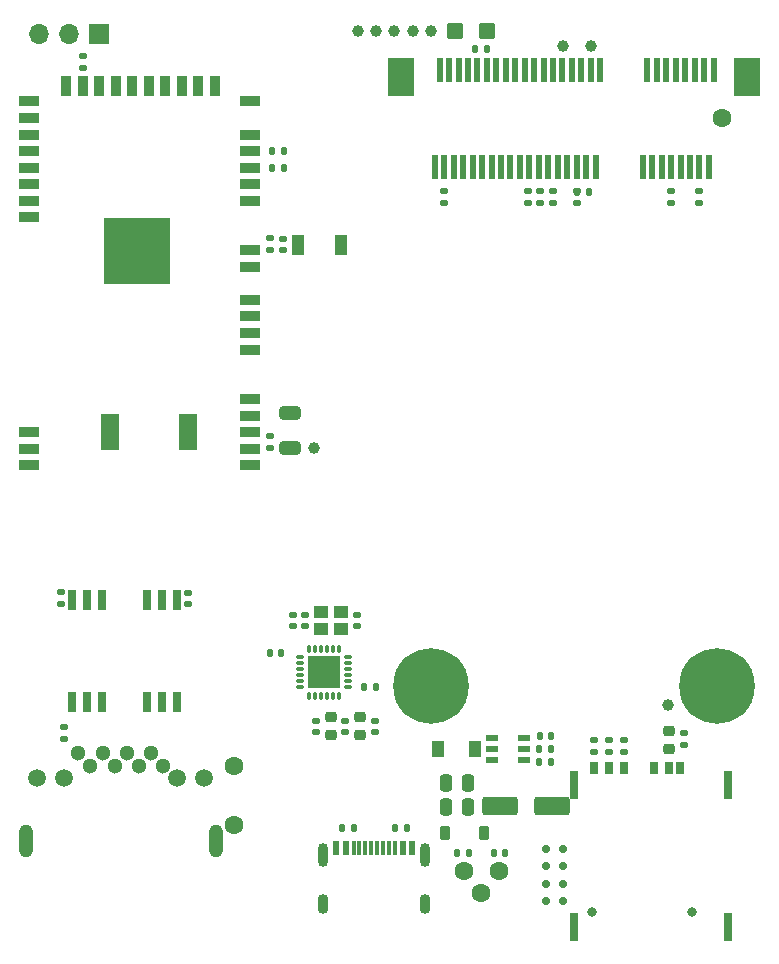
<source format=gbr>
%TF.GenerationSoftware,KiCad,Pcbnew,9.0.2*%
%TF.CreationDate,2025-06-30T16:53:14+07:00*%
%TF.ProjectId,GW11LR,47573131-4c52-42e6-9b69-6361645f7063,rev?*%
%TF.SameCoordinates,Original*%
%TF.FileFunction,Soldermask,Top*%
%TF.FilePolarity,Negative*%
%FSLAX46Y46*%
G04 Gerber Fmt 4.6, Leading zero omitted, Abs format (unit mm)*
G04 Created by KiCad (PCBNEW 9.0.2) date 2025-06-30 16:53:14*
%MOMM*%
%LPD*%
G01*
G04 APERTURE LIST*
G04 Aperture macros list*
%AMRoundRect*
0 Rectangle with rounded corners*
0 $1 Rounding radius*
0 $2 $3 $4 $5 $6 $7 $8 $9 X,Y pos of 4 corners*
0 Add a 4 corners polygon primitive as box body*
4,1,4,$2,$3,$4,$5,$6,$7,$8,$9,$2,$3,0*
0 Add four circle primitives for the rounded corners*
1,1,$1+$1,$2,$3*
1,1,$1+$1,$4,$5*
1,1,$1+$1,$6,$7*
1,1,$1+$1,$8,$9*
0 Add four rect primitives between the rounded corners*
20,1,$1+$1,$2,$3,$4,$5,0*
20,1,$1+$1,$4,$5,$6,$7,0*
20,1,$1+$1,$6,$7,$8,$9,0*
20,1,$1+$1,$8,$9,$2,$3,0*%
G04 Aperture macros list end*
%ADD10RoundRect,0.140000X0.170000X-0.140000X0.170000X0.140000X-0.170000X0.140000X-0.170000X-0.140000X0*%
%ADD11RoundRect,0.135000X-0.135000X-0.185000X0.135000X-0.185000X0.135000X0.185000X-0.135000X0.185000X0*%
%ADD12C,1.000000*%
%ADD13RoundRect,0.250000X0.250000X0.475000X-0.250000X0.475000X-0.250000X-0.475000X0.250000X-0.475000X0*%
%ADD14RoundRect,0.250000X0.450000X0.425000X-0.450000X0.425000X-0.450000X-0.425000X0.450000X-0.425000X0*%
%ADD15RoundRect,0.140000X-0.170000X0.140000X-0.170000X-0.140000X0.170000X-0.140000X0.170000X0.140000X0*%
%ADD16RoundRect,0.150000X0.150000X0.200000X-0.150000X0.200000X-0.150000X-0.200000X0.150000X-0.200000X0*%
%ADD17RoundRect,0.135000X-0.185000X0.135000X-0.185000X-0.135000X0.185000X-0.135000X0.185000X0.135000X0*%
%ADD18R,1.800000X0.900000*%
%ADD19R,0.900000X1.800000*%
%ADD20R,5.600000X5.600000*%
%ADD21R,1.600000X3.100000*%
%ADD22RoundRect,0.135000X0.135000X0.185000X-0.135000X0.185000X-0.135000X-0.185000X0.135000X-0.185000X0*%
%ADD23RoundRect,0.250000X-1.250000X-0.550000X1.250000X-0.550000X1.250000X0.550000X-1.250000X0.550000X0*%
%ADD24RoundRect,0.140000X-0.140000X-0.170000X0.140000X-0.170000X0.140000X0.170000X-0.140000X0.170000X0*%
%ADD25C,1.300000*%
%ADD26C,1.500000*%
%ADD27O,1.200000X2.800000*%
%ADD28C,1.600000*%
%ADD29R,0.500000X2.000000*%
%ADD30R,2.300000X3.200000*%
%ADD31R,0.600000X1.160000*%
%ADD32R,0.300000X1.160000*%
%ADD33O,0.900000X2.000000*%
%ADD34O,0.900000X1.700000*%
%ADD35C,3.600000*%
%ADD36C,6.400000*%
%ADD37RoundRect,0.225000X0.250000X-0.225000X0.250000X0.225000X-0.250000X0.225000X-0.250000X-0.225000X0*%
%ADD38RoundRect,0.140000X0.140000X0.170000X-0.140000X0.170000X-0.140000X-0.170000X0.140000X-0.170000X0*%
%ADD39R,1.000000X1.400000*%
%ADD40R,1.100000X0.600000*%
%ADD41RoundRect,0.135000X0.185000X-0.135000X0.185000X0.135000X-0.185000X0.135000X-0.185000X-0.135000X0*%
%ADD42RoundRect,0.225000X0.225000X0.375000X-0.225000X0.375000X-0.225000X-0.375000X0.225000X-0.375000X0*%
%ADD43RoundRect,0.250000X-0.650000X0.325000X-0.650000X-0.325000X0.650000X-0.325000X0.650000X0.325000X0*%
%ADD44R,1.000000X1.700000*%
%ADD45R,1.150000X1.000000*%
%ADD46C,0.800000*%
%ADD47R,0.800000X1.140000*%
%ADD48R,0.700000X1.140000*%
%ADD49R,0.700000X2.400000*%
%ADD50RoundRect,0.250000X-0.250000X-0.475000X0.250000X-0.475000X0.250000X0.475000X-0.250000X0.475000X0*%
%ADD51O,0.700000X0.280000*%
%ADD52O,0.280000X0.700000*%
%ADD53R,2.800000X2.800000*%
%ADD54R,1.700000X1.700000*%
%ADD55O,1.700000X1.700000*%
%ADD56R,0.760000X1.660000*%
G04 APERTURE END LIST*
D10*
%TO.C,C39*%
X150130000Y-122310000D03*
X150130000Y-121350000D03*
%TD*%
D11*
%TO.C,R11*%
X168984000Y-124841000D03*
X170004000Y-124841000D03*
%TD*%
D12*
%TO.C,TP12*%
X158275000Y-62950000D03*
%TD*%
D13*
%TO.C,C14*%
X162975000Y-126600000D03*
X161075000Y-126600000D03*
%TD*%
D14*
%TO.C,C12*%
X164550000Y-62925000D03*
X161850000Y-62925000D03*
%TD*%
D15*
%TO.C,C13*%
X128500000Y-110495000D03*
X128500000Y-111455000D03*
%TD*%
D16*
%TO.C,D4*%
X169575000Y-132225000D03*
X170975000Y-132225000D03*
%TD*%
D10*
%TO.C,C37*%
X148125000Y-113355000D03*
X148125000Y-112395000D03*
%TD*%
D12*
%TO.C,TP8*%
X153650000Y-62950000D03*
%TD*%
D16*
%TO.C,D6*%
X169575000Y-135175000D03*
X170975000Y-135175000D03*
%TD*%
D17*
%TO.C,R31*%
X180150000Y-76490000D03*
X180150000Y-77510000D03*
%TD*%
D15*
%TO.C,C35*%
X153550000Y-112395000D03*
X153550000Y-113355000D03*
%TD*%
D18*
%TO.C,U2*%
X144525063Y-99733919D03*
X144525063Y-98333919D03*
X144525063Y-96933919D03*
X144525063Y-95533919D03*
X144525063Y-94133919D03*
X144525063Y-89933919D03*
X144525063Y-88533919D03*
X144525063Y-87133919D03*
X144525063Y-85733919D03*
X144525063Y-82933919D03*
X144525063Y-81533919D03*
X144525063Y-77333919D03*
X144525063Y-75933919D03*
X144525063Y-74533919D03*
X144525063Y-73133919D03*
X144525063Y-71733919D03*
X144525063Y-68933919D03*
D19*
X141525063Y-67633919D03*
X140125063Y-67633919D03*
X138725063Y-67633919D03*
X137325063Y-67633919D03*
X135925063Y-67633919D03*
X134525063Y-67633919D03*
X133125063Y-67633919D03*
X131725063Y-67633919D03*
X130325063Y-67633919D03*
X128925063Y-67633919D03*
D18*
X125825063Y-68933919D03*
X125825063Y-70333919D03*
X125825063Y-71733919D03*
X125825063Y-73133919D03*
X125825063Y-74533919D03*
X125825063Y-75933919D03*
X125825063Y-77333919D03*
X125825063Y-78733919D03*
X125825063Y-96933919D03*
X125825063Y-98333919D03*
X125825063Y-99733919D03*
D20*
X134925063Y-81633919D03*
D21*
X132625063Y-96883919D03*
X139225063Y-96883919D03*
%TD*%
D22*
%TO.C,R18*%
X163085000Y-132550000D03*
X162065000Y-132550000D03*
%TD*%
%TO.C,R10*%
X170019000Y-123766000D03*
X168999000Y-123766000D03*
%TD*%
D16*
%TO.C,D5*%
X169575000Y-133700000D03*
X170975000Y-133700000D03*
%TD*%
D23*
%TO.C,C1*%
X165675000Y-128600000D03*
X170075000Y-128600000D03*
%TD*%
D12*
%TO.C,TP14*%
X170975000Y-64225000D03*
%TD*%
D24*
%TO.C,C25*%
X165145000Y-132540000D03*
X166105000Y-132540000D03*
%TD*%
D10*
%TO.C,C2*%
X139250000Y-111475000D03*
X139250000Y-110515000D03*
%TD*%
D25*
%TO.C,RJ2*%
X137120000Y-125167500D03*
X136100000Y-124067500D03*
X135080000Y-125167500D03*
X134060000Y-124067500D03*
X133040000Y-125167500D03*
X132020000Y-124067500D03*
X131000000Y-125167500D03*
X129980000Y-124067500D03*
D26*
X140630000Y-126247500D03*
X138330000Y-126247500D03*
X128770000Y-126247500D03*
X126480000Y-126247500D03*
D27*
X141590000Y-131567500D03*
X125510000Y-131567500D03*
%TD*%
D28*
%TO.C,CN1*%
X184458000Y-70358000D03*
D29*
X183758000Y-66258000D03*
X183358000Y-74458000D03*
X182958000Y-66258000D03*
X182558000Y-74458000D03*
X182158000Y-66258000D03*
X181758000Y-74458000D03*
X181358000Y-66258000D03*
X180958000Y-74458000D03*
X180558000Y-66258000D03*
X180158000Y-74458000D03*
X179758000Y-66258000D03*
X179358000Y-74458000D03*
X178958000Y-66258000D03*
X178558000Y-74458000D03*
X178158000Y-66258000D03*
X177758000Y-74458000D03*
X174158000Y-66258000D03*
X173758000Y-74458000D03*
X173358000Y-66258000D03*
X172958000Y-74458000D03*
X172558000Y-66258000D03*
X172158000Y-74458000D03*
X171758000Y-66258000D03*
X171358000Y-74458000D03*
X170958000Y-66258000D03*
X170558000Y-74458000D03*
X170158000Y-66258000D03*
X169758000Y-74458000D03*
X169358000Y-66258000D03*
X168958000Y-74458000D03*
X168558000Y-66258000D03*
X168158000Y-74458000D03*
X167758000Y-66258000D03*
X167358000Y-74458000D03*
X166958000Y-66258000D03*
X166558000Y-74458000D03*
X166158000Y-66258000D03*
X165758000Y-74458000D03*
X165358000Y-66258000D03*
X164958000Y-74458000D03*
X164558000Y-66258000D03*
X164158000Y-74458000D03*
X163758000Y-66258000D03*
X163358000Y-74458000D03*
X162958000Y-66258000D03*
X162558000Y-74458000D03*
X162158000Y-66258000D03*
X161758000Y-74458000D03*
X161358000Y-66258000D03*
X160958000Y-74458000D03*
X160558000Y-66258000D03*
X160158000Y-74458000D03*
D30*
X157308000Y-66858000D03*
X186608000Y-66858000D03*
%TD*%
D31*
%TO.C,J3*%
X151825000Y-132115000D03*
X152625000Y-132115000D03*
D32*
X153775000Y-132115000D03*
X154775000Y-132115000D03*
X155275000Y-132115000D03*
X156275000Y-132115000D03*
D31*
X157425000Y-132115000D03*
X158225000Y-132115000D03*
X158225000Y-132115000D03*
X157425000Y-132115000D03*
D32*
X156775000Y-132115000D03*
X155775000Y-132115000D03*
X154275000Y-132115000D03*
X153275000Y-132115000D03*
D31*
X152625000Y-132115000D03*
X151825000Y-132115000D03*
D33*
X150705000Y-132695000D03*
D34*
X150705000Y-136865000D03*
D33*
X159345000Y-132695000D03*
D34*
X159345000Y-136865000D03*
%TD*%
D28*
%TO.C,SW1*%
X162584000Y-134070000D03*
X165584000Y-134070000D03*
X164084000Y-135930000D03*
%TD*%
D35*
%TO.C,H5*%
X159858000Y-118408000D03*
D36*
X159858000Y-118408000D03*
%TD*%
D11*
%TO.C,R39*%
X146390000Y-74525000D03*
X147410000Y-74525000D03*
%TD*%
D37*
%TO.C,C29*%
X179975000Y-123750000D03*
X179975000Y-122200000D03*
%TD*%
D24*
%TO.C,C41*%
X154195000Y-118500000D03*
X155155000Y-118500000D03*
%TD*%
D38*
%TO.C,C19*%
X169999000Y-122691000D03*
X169039000Y-122691000D03*
%TD*%
D10*
%TO.C,C42*%
X152575000Y-122310000D03*
X152575000Y-121350000D03*
%TD*%
D12*
%TO.C,TP4*%
X179900000Y-120000000D03*
%TD*%
D35*
%TO.C,H6*%
X184058000Y-118408000D03*
D36*
X184058000Y-118408000D03*
%TD*%
D39*
%TO.C,L1*%
X163594000Y-123756000D03*
X160394000Y-123756000D03*
%TD*%
D12*
%TO.C,TP6*%
X149925000Y-98250000D03*
%TD*%
D10*
%TO.C,C43*%
X155075000Y-122310000D03*
X155075000Y-121350000D03*
%TD*%
D11*
%TO.C,R38*%
X146390000Y-73125000D03*
X147410000Y-73125000D03*
%TD*%
D22*
%TO.C,R7*%
X153280000Y-130450000D03*
X152260000Y-130450000D03*
%TD*%
D17*
%TO.C,R44*%
X128778000Y-121918000D03*
X128778000Y-122938000D03*
%TD*%
%TO.C,R22*%
X169100000Y-76490000D03*
X169100000Y-77510000D03*
%TD*%
D16*
%TO.C,D7*%
X169575000Y-136650000D03*
X170975000Y-136650000D03*
%TD*%
D11*
%TO.C,R8*%
X156790000Y-130450000D03*
X157810000Y-130450000D03*
%TD*%
D40*
%TO.C,U4*%
X164969000Y-122831000D03*
X164969000Y-123781000D03*
X164969000Y-124731000D03*
X167669000Y-124731000D03*
X167669000Y-123781000D03*
X167669000Y-122831000D03*
%TD*%
D17*
%TO.C,R13*%
X130325000Y-65065000D03*
X130325000Y-66085000D03*
%TD*%
D10*
%TO.C,C6*%
X147275000Y-81505000D03*
X147275000Y-80545000D03*
%TD*%
D41*
%TO.C,R37*%
X146225000Y-81535000D03*
X146225000Y-80515000D03*
%TD*%
D12*
%TO.C,TP9*%
X156725000Y-62950000D03*
%TD*%
D17*
%TO.C,R21*%
X168000000Y-76490000D03*
X168000000Y-77510000D03*
%TD*%
D42*
%TO.C,D11*%
X164300000Y-130850000D03*
X161000000Y-130850000D03*
%TD*%
D43*
%TO.C,C15*%
X147925000Y-95300000D03*
X147925000Y-98250000D03*
%TD*%
D17*
%TO.C,R25*%
X181275000Y-122440000D03*
X181275000Y-123460000D03*
%TD*%
D28*
%TO.C,C7*%
X143125000Y-125175000D03*
X143125000Y-130175000D03*
%TD*%
D41*
%TO.C,R27*%
X173625000Y-124035000D03*
X173625000Y-123015000D03*
%TD*%
D44*
%TO.C,SW5*%
X148575000Y-81050000D03*
X152181800Y-81050000D03*
%TD*%
D45*
%TO.C,Y1*%
X152250000Y-112175000D03*
X150500000Y-112175000D03*
X150500000Y-113575000D03*
X152250000Y-113575000D03*
%TD*%
D12*
%TO.C,TP8*%
X155200000Y-62950000D03*
%TD*%
D41*
%TO.C,R32*%
X172200000Y-77555000D03*
X172200000Y-76535000D03*
%TD*%
D12*
%TO.C,TP3*%
X173375000Y-64225000D03*
%TD*%
D15*
%TO.C,C10*%
X170150000Y-76545000D03*
X170150000Y-77505000D03*
%TD*%
D46*
%TO.C,SIM1*%
X173460400Y-137566400D03*
X181960400Y-137566400D03*
D47*
X178710400Y-125336400D03*
X176170400Y-125336400D03*
X173630400Y-125336400D03*
D48*
X179980400Y-125336400D03*
D47*
X174900400Y-125336400D03*
D48*
X180930400Y-125336400D03*
D49*
X171960400Y-126816400D03*
X171960400Y-138816400D03*
X184960400Y-138816400D03*
X184960400Y-126816400D03*
%TD*%
D15*
%TO.C,C36*%
X149175000Y-112395000D03*
X149175000Y-113355000D03*
%TD*%
D38*
%TO.C,C45*%
X147130000Y-115650000D03*
X146170000Y-115650000D03*
%TD*%
D37*
%TO.C,C38*%
X151325000Y-122600000D03*
X151325000Y-121050000D03*
%TD*%
D15*
%TO.C,C9*%
X160950000Y-76540000D03*
X160950000Y-77500000D03*
%TD*%
D50*
%TO.C,C3*%
X161075000Y-128650000D03*
X162975000Y-128650000D03*
%TD*%
D37*
%TO.C,C44*%
X153825000Y-122600000D03*
X153825000Y-121050000D03*
%TD*%
D51*
%TO.C,U7*%
X148775000Y-116000000D03*
X148775000Y-116500000D03*
X148775000Y-117000000D03*
X148775000Y-117500000D03*
X148775000Y-118000000D03*
X148775000Y-118500000D03*
D52*
X149525000Y-119250000D03*
X150025000Y-119250000D03*
X150525000Y-119250000D03*
X151025000Y-119250000D03*
X151525000Y-119250000D03*
X152025000Y-119250000D03*
D51*
X152775000Y-118500000D03*
X152775000Y-118000000D03*
X152775000Y-117500000D03*
X152775000Y-117000000D03*
X152775000Y-116500000D03*
X152775000Y-116000000D03*
D52*
X152025000Y-115250000D03*
X151525000Y-115250000D03*
X151025000Y-115250000D03*
X150525000Y-115250000D03*
X150025000Y-115250000D03*
X149525000Y-115250000D03*
D53*
X150775000Y-117260000D03*
%TD*%
D24*
%TO.C,C16*%
X163595000Y-64500000D03*
X164555000Y-64500000D03*
%TD*%
D12*
%TO.C,TP13*%
X159825000Y-62950000D03*
%TD*%
D15*
%TO.C,C11*%
X182525000Y-76540000D03*
X182525000Y-77500000D03*
%TD*%
D41*
%TO.C,R28*%
X176175000Y-124010000D03*
X176175000Y-122990000D03*
%TD*%
D15*
%TO.C,C22*%
X146200000Y-97295000D03*
X146200000Y-98255000D03*
%TD*%
D41*
%TO.C,R26*%
X174900000Y-124010000D03*
X174900000Y-122990000D03*
%TD*%
D54*
%TO.C,J4*%
X131700000Y-63225000D03*
D55*
X129160000Y-63225000D03*
X126620000Y-63225000D03*
%TD*%
D56*
%TO.C,T1*%
X138325000Y-111180000D03*
X137045000Y-111180000D03*
X135785000Y-111180000D03*
X131965000Y-111180000D03*
X130705000Y-111180000D03*
X129435000Y-111180000D03*
X129435000Y-119820000D03*
X130705000Y-119820000D03*
X131965000Y-119820000D03*
X135785000Y-119820000D03*
X137045000Y-119820000D03*
X138325000Y-119820000D03*
%TD*%
D22*
%TO.C,R23*%
X173210000Y-76600000D03*
X172190000Y-76600000D03*
%TD*%
M02*

</source>
